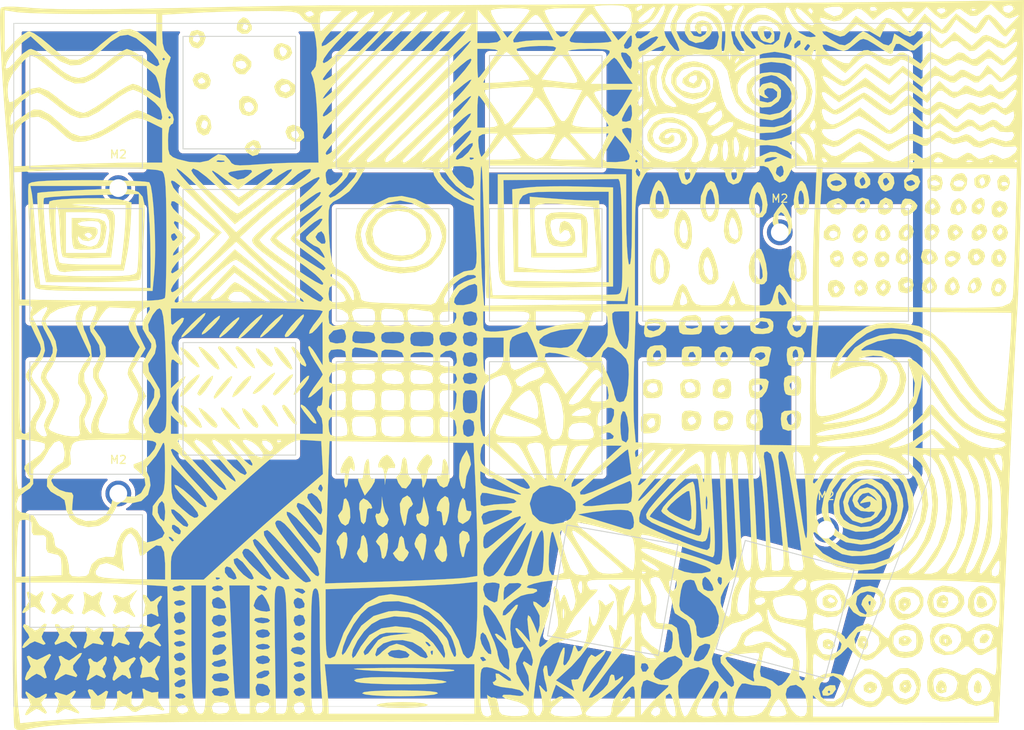
<source format=kicad_pcb>
(kicad_pcb (version 20171130) (host pcbnew "(5.1.12)-1")
  (layers (0 F.Cu signal) (31 B.Cu signal) (34 B.Paste user) (35 F.Paste user) (36 B.SilkS user) (37 F.SilkS user) (38 B.Mask user) (39 F.Mask user) (44 Edge.Cuts user))
  (net 0 "")
  (module Graphics:coolpattern (layer F.Cu) (at 83 61)
    (fp_text reference G*** hide)
    (fp_text value LOGO hide)
  )
  (module MX_KeySwitch_Footprints:MX_Plate_Hole_v2 (layer F.Cu) (at 30 87.15)
    (fp_text reference SW2 hide)
    (fp_text value KEY_SWITCH hide)
    (fp_line (start -7 -7) (end -7 7) (layer Edge.Cuts) (width 0.12))
    (fp_line (start -7 7) (end 7 7) (layer Edge.Cuts) (width 0.12))
    (fp_line (start 7 7) (end 7 -7) (layer Edge.Cuts) (width 0.12))
    (fp_line (start 7 -7) (end -7 -7) (layer Edge.Cuts) (width 0.12))
  )
  (module MX_KeySwitch_Footprints:MX_Plate_Hole_v2 (layer F.Cu) (at 49.05 65.71875)
    (fp_text reference SW2 hide)
    (fp_text value KEY_SWITCH hide)
    (fp_line (start 7 -7) (end -7 -7) (layer Edge.Cuts) (width 0.12))
    (fp_line (start 7 7) (end 7 -7) (layer Edge.Cuts) (width 0.12))
    (fp_line (start -7 7) (end 7 7) (layer Edge.Cuts) (width 0.12))
    (fp_line (start -7 -7) (end -7 7) (layer Edge.Cuts) (width 0.12))
  )
  (module MX_KeySwitch_Footprints:MX_Plate_Hole_v2 (layer F.Cu) (at 68.1 68.1)
    (fp_text reference SW2 hide)
    (fp_text value KEY_SWITCH hide)
    (fp_line (start -7 -7) (end -7 7) (layer Edge.Cuts) (width 0.12))
    (fp_line (start -7 7) (end 7 7) (layer Edge.Cuts) (width 0.12))
    (fp_line (start 7 7) (end 7 -7) (layer Edge.Cuts) (width 0.12))
    (fp_line (start 7 -7) (end -7 -7) (layer Edge.Cuts) (width 0.12))
  )
  (module MX_KeySwitch_Footprints:MX_Plate_Hole_v2 (layer F.Cu) (at 49.05 46.66875)
    (fp_text reference SW2 hide)
    (fp_text value KEY_SWITCH hide)
    (fp_line (start 7 -7) (end -7 -7) (layer Edge.Cuts) (width 0.12))
    (fp_line (start 7 7) (end 7 -7) (layer Edge.Cuts) (width 0.12))
    (fp_line (start -7 7) (end 7 7) (layer Edge.Cuts) (width 0.12))
    (fp_line (start -7 -7) (end -7 7) (layer Edge.Cuts) (width 0.12))
  )
  (module MX_KeySwitch_Footprints:MX_Plate_Hole_v2 (layer F.Cu) (at 30 49.05)
    (fp_text reference SW2 hide)
    (fp_text value KEY_SWITCH hide)
    (fp_line (start -7 -7) (end -7 7) (layer Edge.Cuts) (width 0.12))
    (fp_line (start -7 7) (end 7 7) (layer Edge.Cuts) (width 0.12))
    (fp_line (start 7 7) (end 7 -7) (layer Edge.Cuts) (width 0.12))
    (fp_line (start 7 -7) (end -7 -7) (layer Edge.Cuts) (width 0.12))
  )
  (module MX_KeySwitch_Footprints:MX_Plate_Hole_v2 (layer F.Cu) (at 125.25 68.1)
    (fp_text reference SW2 hide)
    (fp_text value KEY_SWITCH hide)
    (fp_line (start 7 -7) (end -7 -7) (layer Edge.Cuts) (width 0.12))
    (fp_line (start 7 7) (end 7 -7) (layer Edge.Cuts) (width 0.12))
    (fp_line (start -7 7) (end 7 7) (layer Edge.Cuts) (width 0.12))
    (fp_line (start -7 -7) (end -7 7) (layer Edge.Cuts) (width 0.12))
  )
  (module MX_KeySwitch_Footprints:MX_Plate_Hole_v2 (layer F.Cu) (at 106.2 68.1)
    (fp_text reference SW2 hide)
    (fp_text value KEY_SWITCH hide)
    (fp_line (start -7 -7) (end -7 7) (layer Edge.Cuts) (width 0.12))
    (fp_line (start -7 7) (end 7 7) (layer Edge.Cuts) (width 0.12))
    (fp_line (start 7 7) (end 7 -7) (layer Edge.Cuts) (width 0.12))
    (fp_line (start 7 -7) (end -7 -7) (layer Edge.Cuts) (width 0.12))
  )
  (module MX_KeySwitch_Footprints:MX_Plate_Hole_v2 (layer F.Cu) (at 87.15 68.1)
    (fp_text reference SW2 hide)
    (fp_text value KEY_SWITCH hide)
    (fp_line (start 7 -7) (end -7 -7) (layer Edge.Cuts) (width 0.12))
    (fp_line (start 7 7) (end 7 -7) (layer Edge.Cuts) (width 0.12))
    (fp_line (start -7 7) (end 7 7) (layer Edge.Cuts) (width 0.12))
    (fp_line (start -7 -7) (end -7 7) (layer Edge.Cuts) (width 0.12))
  )
  (module MX_KeySwitch_Footprints:MX_Plate_Hole_v2 (layer F.Cu) (at 30 68.1)
    (fp_text reference SW2 hide)
    (fp_text value KEY_SWITCH hide)
    (fp_line (start -7 -7) (end -7 7) (layer Edge.Cuts) (width 0.12))
    (fp_line (start -7 7) (end 7 7) (layer Edge.Cuts) (width 0.12))
    (fp_line (start 7 7) (end 7 -7) (layer Edge.Cuts) (width 0.12))
    (fp_line (start 7 -7) (end -7 -7) (layer Edge.Cuts) (width 0.12))
  )
  (module MX_KeySwitch_Footprints:MX_Plate_Hole_v2 (layer F.Cu) (at 87.15 49.05)
    (fp_text reference SW2 hide)
    (fp_text value KEY_SWITCH hide)
    (fp_line (start 7 -7) (end -7 -7) (layer Edge.Cuts) (width 0.12))
    (fp_line (start 7 7) (end 7 -7) (layer Edge.Cuts) (width 0.12))
    (fp_line (start -7 7) (end 7 7) (layer Edge.Cuts) (width 0.12))
    (fp_line (start -7 -7) (end -7 7) (layer Edge.Cuts) (width 0.12))
  )
  (module MX_KeySwitch_Footprints:MX_Plate_Hole_v2 (layer F.Cu) (at 116.915625 91.9125 165)
    (fp_text reference SW2 hide)
    (fp_text value KEY_SWITCH hide)
    (fp_line (start -7 -7) (end -7 7) (layer Edge.Cuts) (width 0.12))
    (fp_line (start -7 7) (end 7 7) (layer Edge.Cuts) (width 0.12))
    (fp_line (start 7 7) (end 7 -7) (layer Edge.Cuts) (width 0.12))
    (fp_line (start 7 -7) (end -7 -7) (layer Edge.Cuts) (width 0.12))
  )
  (module MX_KeySwitch_Footprints:MX_Plate_Hole_v2 (layer F.Cu) (at 95.484375 89.53125 170)
    (fp_text reference SW2 hide)
    (fp_text value KEY_SWITCH hide)
    (fp_line (start 7 -7) (end -7 -7) (layer Edge.Cuts) (width 0.12))
    (fp_line (start 7 7) (end 7 -7) (layer Edge.Cuts) (width 0.12))
    (fp_line (start -7 7) (end 7 7) (layer Edge.Cuts) (width 0.12))
    (fp_line (start -7 -7) (end -7 7) (layer Edge.Cuts) (width 0.12))
  )
  (module MX_KeySwitch_Footprints:MX_Plate_Hole_v2 (layer F.Cu) (at 125.25 49.05)
    (fp_text reference SW2 hide)
    (fp_text value KEY_SWITCH hide)
    (fp_line (start -7 -7) (end -7 7) (layer Edge.Cuts) (width 0.12))
    (fp_line (start -7 7) (end 7 7) (layer Edge.Cuts) (width 0.12))
    (fp_line (start 7 7) (end 7 -7) (layer Edge.Cuts) (width 0.12))
    (fp_line (start 7 -7) (end -7 -7) (layer Edge.Cuts) (width 0.12))
  )
  (module MX_KeySwitch_Footprints:MX_Plate_Hole_v2 (layer F.Cu) (at 106.2 49.05)
    (fp_text reference SW2 hide)
    (fp_text value KEY_SWITCH hide)
    (fp_line (start 7 -7) (end -7 -7) (layer Edge.Cuts) (width 0.12))
    (fp_line (start 7 7) (end 7 -7) (layer Edge.Cuts) (width 0.12))
    (fp_line (start -7 7) (end 7 7) (layer Edge.Cuts) (width 0.12))
    (fp_line (start -7 -7) (end -7 7) (layer Edge.Cuts) (width 0.12))
  )
  (module MX_KeySwitch_Footprints:MX_Plate_Hole_v2 (layer F.Cu) (at 68.1 49.05)
    (fp_text reference SW2 hide)
    (fp_text value KEY_SWITCH hide)
    (fp_line (start -7 -7) (end -7 7) (layer Edge.Cuts) (width 0.12))
    (fp_line (start -7 7) (end 7 7) (layer Edge.Cuts) (width 0.12))
    (fp_line (start 7 7) (end 7 -7) (layer Edge.Cuts) (width 0.12))
    (fp_line (start 7 -7) (end -7 -7) (layer Edge.Cuts) (width 0.12))
  )
  (module MX_KeySwitch_Footprints:MX_Plate_Hole_v2 (layer F.Cu) (at 106.2 30)
    (fp_text reference SW2 hide)
    (fp_text value KEY_SWITCH hide)
    (fp_line (start -7 -7) (end -7 7) (layer Edge.Cuts) (width 0.12))
    (fp_line (start -7 7) (end 7 7) (layer Edge.Cuts) (width 0.12))
    (fp_line (start 7 7) (end 7 -7) (layer Edge.Cuts) (width 0.12))
    (fp_line (start 7 -7) (end -7 -7) (layer Edge.Cuts) (width 0.12))
  )
  (module MX_KeySwitch_Footprints:MX_Plate_Hole_v2 (layer F.Cu) (at 125.25 30)
    (fp_text reference SW2 hide)
    (fp_text value KEY_SWITCH hide)
    (fp_line (start 7 -7) (end -7 -7) (layer Edge.Cuts) (width 0.12))
    (fp_line (start 7 7) (end 7 -7) (layer Edge.Cuts) (width 0.12))
    (fp_line (start -7 7) (end 7 7) (layer Edge.Cuts) (width 0.12))
    (fp_line (start -7 -7) (end -7 7) (layer Edge.Cuts) (width 0.12))
  )
  (module MX_KeySwitch_Footprints:MX_Plate_Hole_v2 (layer F.Cu) (at 68.1 30)
    (fp_text reference SW2 hide)
    (fp_text value KEY_SWITCH hide)
    (fp_line (start -7 -7) (end -7 7) (layer Edge.Cuts) (width 0.12))
    (fp_line (start -7 7) (end 7 7) (layer Edge.Cuts) (width 0.12))
    (fp_line (start 7 7) (end 7 -7) (layer Edge.Cuts) (width 0.12))
    (fp_line (start 7 -7) (end -7 -7) (layer Edge.Cuts) (width 0.12))
  )
  (module MX_KeySwitch_Footprints:MX_Plate_Hole_v2 (layer F.Cu) (at 49.05 27.61875)
    (fp_text reference SW2 hide)
    (fp_text value KEY_SWITCH hide)
    (fp_line (start -7 -7) (end -7 7) (layer Edge.Cuts) (width 0.12))
    (fp_line (start -7 7) (end 7 7) (layer Edge.Cuts) (width 0.12))
    (fp_line (start 7 7) (end 7 -7) (layer Edge.Cuts) (width 0.12))
    (fp_line (start 7 -7) (end -7 -7) (layer Edge.Cuts) (width 0.12))
  )
  (module MX_KeySwitch_Footprints:MX_Plate_Hole_v2 (layer F.Cu) (at 87.15 30)
    (fp_text reference SW2 hide)
    (fp_text value KEY_SWITCH hide)
    (fp_line (start 7 -7) (end -7 -7) (layer Edge.Cuts) (width 0.12))
    (fp_line (start 7 7) (end 7 -7) (layer Edge.Cuts) (width 0.12))
    (fp_line (start -7 7) (end 7 7) (layer Edge.Cuts) (width 0.12))
    (fp_line (start -7 -7) (end -7 7) (layer Edge.Cuts) (width 0.12))
  )
  (module MX_KeySwitch_Footprints:MX_Plate_Hole_v2 (layer F.Cu) (at 30 30)
    (fp_text reference SW2 hide)
    (fp_text value KEY_SWITCH hide)
    (fp_line (start 7 -7) (end -7 -7) (layer Edge.Cuts) (width 0.12))
    (fp_line (start 7 7) (end 7 -7) (layer Edge.Cuts) (width 0.12))
    (fp_line (start -7 7) (end 7 7) (layer Edge.Cuts) (width 0.12))
    (fp_line (start -7 -7) (end -7 7) (layer Edge.Cuts) (width 0.12))
  )
  (module MountingHole:MountingHole_3.2mm_M3 (layer F.Cu) (at 34 39.5)
    (fp_text reference M2 (at 0 -4.2) (layer F.SilkS))
    (fp_text value MountingHole_3.2mm_M3)
    (pad "" np_thru_hole circle (at 0 0) (size 3.2 3.2) (drill 2.2) (layers *.Cu *.Mask))
  )
  (module MountingHole:MountingHole_3.2mm_M3 (layer F.Cu) (at 34 77.5)
    (fp_text reference M2 (at 0 -4.2) (layer F.SilkS))
    (fp_text value MountingHole_3.2mm_M3)
    (pad "" np_thru_hole circle (at 0 0) (size 3.2 3.2) (drill 2.2) (layers *.Cu *.Mask))
  )
  (module MountingHole:MountingHole_3.2mm_M3 (layer F.Cu) (at 116.25 45)
    (fp_text reference M2 (at 0 -4.2) (layer F.SilkS))
    (fp_text value MountingHole_3.2mm_M3)
    (pad "" np_thru_hole circle (at 0 0) (size 3.2 3.2) (drill 2.2) (layers *.Cu *.Mask))
  )
  (module MountingHole:MountingHole_3.2mm_M3 (layer F.Cu) (at 122 82)
    (fp_text reference M2 (at 0 -4.2) (layer F.SilkS))
    (fp_text value MountingHole_3.2mm_M3)
    (pad "" np_thru_hole circle (at 0 0) (size 3.2 3.2) (drill 2.2) (layers *.Cu *.Mask))
  )
  (gr_line (start 21 19) (end 135 19) (layer Edge.Cuts) (width 0.1))
  (gr_line (start 21 104) (end 124 104) (layer Edge.Cuts) (width 0.05))
  (gr_line (start 135 75) (end 124 104) (layer Edge.Cuts) (width 0.1))
  (gr_line (start 135 19) (end 135 75) (layer Edge.Cuts) (width 0.1))
  (gr_line (start 21 104) (end 21 19) (layer Edge.Cuts) (width 0.1))
  (zone (net 0) (net_name "") (layer F.Cu) (connect_pads (clearance 0.508)) (min_thickness 0.254) (fill yes (arc_segments 32) (thermal_gap 0.508) (thermal_bridge_width 0.508))
    (polygon (pts (xy 134 75) (xy 123 103) (xy 22 103) (xy 22 20) (xy 134 20)))
  )
  (zone (net 0) (net_name "") (layer B.Cu) (connect_pads (clearance 0.508)) (min_thickness 0.254) (fill yes (arc_segments 32) (thermal_gap 0.508) (thermal_bridge_width 0.508))
    (polygon (pts (xy 134 75) (xy 123 103) (xy 22 103) (xy 22 20) (xy 134 20)))
  )
)
</source>
